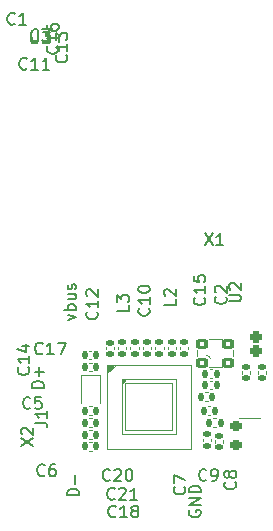
<source format=gto>
G04 #@! TF.GenerationSoftware,KiCad,Pcbnew,(6.0.2-0)*
G04 #@! TF.CreationDate,2022-10-10T18:33:33+08:00*
G04 #@! TF.ProjectId,Revolute,5265766f-6c75-4746-952e-6b696361645f,rev?*
G04 #@! TF.SameCoordinates,Original*
G04 #@! TF.FileFunction,Legend,Top*
G04 #@! TF.FilePolarity,Positive*
%FSLAX46Y46*%
G04 Gerber Fmt 4.6, Leading zero omitted, Abs format (unit mm)*
G04 Created by KiCad (PCBNEW (6.0.2-0)) date 2022-10-10 18:33:33*
%MOMM*%
%LPD*%
G01*
G04 APERTURE LIST*
G04 Aperture macros list*
%AMRoundRect*
0 Rectangle with rounded corners*
0 $1 Rounding radius*
0 $2 $3 $4 $5 $6 $7 $8 $9 X,Y pos of 4 corners*
0 Add a 4 corners polygon primitive as box body*
4,1,4,$2,$3,$4,$5,$6,$7,$8,$9,$2,$3,0*
0 Add four circle primitives for the rounded corners*
1,1,$1+$1,$2,$3*
1,1,$1+$1,$4,$5*
1,1,$1+$1,$6,$7*
1,1,$1+$1,$8,$9*
0 Add four rect primitives between the rounded corners*
20,1,$1+$1,$2,$3,$4,$5,0*
20,1,$1+$1,$4,$5,$6,$7,0*
20,1,$1+$1,$6,$7,$8,$9,0*
20,1,$1+$1,$8,$9,$2,$3,0*%
G04 Aperture macros list end*
%ADD10C,0.120000*%
%ADD11C,0.150000*%
%ADD12C,0.100000*%
%ADD13C,0.080000*%
%ADD14RoundRect,0.135000X-0.135000X-0.185000X0.135000X-0.185000X0.135000X0.185000X-0.135000X0.185000X0*%
%ADD15RoundRect,0.140000X-0.170000X0.140000X-0.170000X-0.140000X0.170000X-0.140000X0.170000X0.140000X0*%
%ADD16RoundRect,0.140000X0.170000X-0.140000X0.170000X0.140000X-0.170000X0.140000X-0.170000X-0.140000X0*%
%ADD17RoundRect,0.140000X0.140000X0.170000X-0.140000X0.170000X-0.140000X-0.170000X0.140000X-0.170000X0*%
%ADD18RoundRect,0.147500X-0.172500X0.147500X-0.172500X-0.147500X0.172500X-0.147500X0.172500X0.147500X0*%
%ADD19RoundRect,0.147500X0.172500X-0.147500X0.172500X0.147500X-0.172500X0.147500X-0.172500X-0.147500X0*%
%ADD20RoundRect,0.150000X-0.350000X-0.300000X0.350000X-0.300000X0.350000X0.300000X-0.350000X0.300000X0*%
%ADD21RoundRect,0.140000X-0.140000X-0.170000X0.140000X-0.170000X0.140000X0.170000X-0.140000X0.170000X0*%
%ADD22C,0.290000*%
%ADD23RoundRect,0.020000X2.000000X2.000000X-2.000000X2.000000X-2.000000X-2.000000X2.000000X-2.000000X0*%
%ADD24RoundRect,0.218750X-0.256250X0.218750X-0.256250X-0.218750X0.256250X-0.218750X0.256250X0.218750X0*%
%ADD25RoundRect,0.250000X-0.250000X-0.250000X0.250000X-0.250000X0.250000X0.250000X-0.250000X0.250000X0*%
%ADD26R,1.100000X0.600000*%
%ADD27R,1.060000X0.650000*%
G04 APERTURE END LIST*
D10*
X170030000Y-83584296D02*
X170030000Y-83799968D01*
X178132164Y-89670000D02*
X178347836Y-89670000D01*
X178132164Y-90390000D02*
X178347836Y-90390000D01*
X171820000Y-83584296D02*
X171820000Y-83799968D01*
X171100000Y-83584296D02*
X171100000Y-83799968D01*
X170750000Y-83584296D02*
X170750000Y-83799968D01*
D11*
X179957142Y-95066666D02*
X180004761Y-95114285D01*
X180052380Y-95257142D01*
X180052380Y-95352380D01*
X180004761Y-95495238D01*
X179909523Y-95590476D01*
X179814285Y-95638095D01*
X179623809Y-95685714D01*
X179480952Y-95685714D01*
X179290476Y-95638095D01*
X179195238Y-95590476D01*
X179100000Y-95495238D01*
X179052380Y-95352380D01*
X179052380Y-95257142D01*
X179100000Y-95114285D01*
X179147619Y-95066666D01*
X179480952Y-94495238D02*
X179433333Y-94590476D01*
X179385714Y-94638095D01*
X179290476Y-94685714D01*
X179242857Y-94685714D01*
X179147619Y-94638095D01*
X179100000Y-94590476D01*
X179052380Y-94495238D01*
X179052380Y-94304761D01*
X179100000Y-94209523D01*
X179147619Y-94161904D01*
X179242857Y-94114285D01*
X179290476Y-94114285D01*
X179385714Y-94161904D01*
X179433333Y-94209523D01*
X179480952Y-94304761D01*
X179480952Y-94495238D01*
X179528571Y-94590476D01*
X179576190Y-94638095D01*
X179671428Y-94685714D01*
X179861904Y-94685714D01*
X179957142Y-94638095D01*
X180004761Y-94590476D01*
X180052380Y-94495238D01*
X180052380Y-94304761D01*
X180004761Y-94209523D01*
X179957142Y-94161904D01*
X179861904Y-94114285D01*
X179671428Y-94114285D01*
X179576190Y-94161904D01*
X179528571Y-94209523D01*
X179480952Y-94304761D01*
X162457142Y-85342857D02*
X162504761Y-85390476D01*
X162552380Y-85533333D01*
X162552380Y-85628571D01*
X162504761Y-85771428D01*
X162409523Y-85866666D01*
X162314285Y-85914285D01*
X162123809Y-85961904D01*
X161980952Y-85961904D01*
X161790476Y-85914285D01*
X161695238Y-85866666D01*
X161600000Y-85771428D01*
X161552380Y-85628571D01*
X161552380Y-85533333D01*
X161600000Y-85390476D01*
X161647619Y-85342857D01*
X162552380Y-84390476D02*
X162552380Y-84961904D01*
X162552380Y-84676190D02*
X161552380Y-84676190D01*
X161695238Y-84771428D01*
X161790476Y-84866666D01*
X161838095Y-84961904D01*
X161885714Y-83533333D02*
X162552380Y-83533333D01*
X161504761Y-83771428D02*
X162219047Y-84009523D01*
X162219047Y-83390476D01*
X169757142Y-96457142D02*
X169709523Y-96504761D01*
X169566666Y-96552380D01*
X169471428Y-96552380D01*
X169328571Y-96504761D01*
X169233333Y-96409523D01*
X169185714Y-96314285D01*
X169138095Y-96123809D01*
X169138095Y-95980952D01*
X169185714Y-95790476D01*
X169233333Y-95695238D01*
X169328571Y-95600000D01*
X169471428Y-95552380D01*
X169566666Y-95552380D01*
X169709523Y-95600000D01*
X169757142Y-95647619D01*
X170138095Y-95647619D02*
X170185714Y-95600000D01*
X170280952Y-95552380D01*
X170519047Y-95552380D01*
X170614285Y-95600000D01*
X170661904Y-95647619D01*
X170709523Y-95742857D01*
X170709523Y-95838095D01*
X170661904Y-95980952D01*
X170090476Y-96552380D01*
X170709523Y-96552380D01*
X171661904Y-96552380D02*
X171090476Y-96552380D01*
X171376190Y-96552380D02*
X171376190Y-95552380D01*
X171280952Y-95695238D01*
X171185714Y-95790476D01*
X171090476Y-95838095D01*
X169857142Y-97957142D02*
X169809523Y-98004761D01*
X169666666Y-98052380D01*
X169571428Y-98052380D01*
X169428571Y-98004761D01*
X169333333Y-97909523D01*
X169285714Y-97814285D01*
X169238095Y-97623809D01*
X169238095Y-97480952D01*
X169285714Y-97290476D01*
X169333333Y-97195238D01*
X169428571Y-97100000D01*
X169571428Y-97052380D01*
X169666666Y-97052380D01*
X169809523Y-97100000D01*
X169857142Y-97147619D01*
X170809523Y-98052380D02*
X170238095Y-98052380D01*
X170523809Y-98052380D02*
X170523809Y-97052380D01*
X170428571Y-97195238D01*
X170333333Y-97290476D01*
X170238095Y-97338095D01*
X171380952Y-97480952D02*
X171285714Y-97433333D01*
X171238095Y-97385714D01*
X171190476Y-97290476D01*
X171190476Y-97242857D01*
X171238095Y-97147619D01*
X171285714Y-97100000D01*
X171380952Y-97052380D01*
X171571428Y-97052380D01*
X171666666Y-97100000D01*
X171714285Y-97147619D01*
X171761904Y-97242857D01*
X171761904Y-97290476D01*
X171714285Y-97385714D01*
X171666666Y-97433333D01*
X171571428Y-97480952D01*
X171380952Y-97480952D01*
X171285714Y-97528571D01*
X171238095Y-97576190D01*
X171190476Y-97671428D01*
X171190476Y-97861904D01*
X171238095Y-97957142D01*
X171285714Y-98004761D01*
X171380952Y-98052380D01*
X171571428Y-98052380D01*
X171666666Y-98004761D01*
X171714285Y-97957142D01*
X171761904Y-97861904D01*
X171761904Y-97671428D01*
X171714285Y-97576190D01*
X171666666Y-97528571D01*
X171571428Y-97480952D01*
X163657142Y-84157142D02*
X163609523Y-84204761D01*
X163466666Y-84252380D01*
X163371428Y-84252380D01*
X163228571Y-84204761D01*
X163133333Y-84109523D01*
X163085714Y-84014285D01*
X163038095Y-83823809D01*
X163038095Y-83680952D01*
X163085714Y-83490476D01*
X163133333Y-83395238D01*
X163228571Y-83300000D01*
X163371428Y-83252380D01*
X163466666Y-83252380D01*
X163609523Y-83300000D01*
X163657142Y-83347619D01*
X164609523Y-84252380D02*
X164038095Y-84252380D01*
X164323809Y-84252380D02*
X164323809Y-83252380D01*
X164228571Y-83395238D01*
X164133333Y-83490476D01*
X164038095Y-83538095D01*
X164942857Y-83252380D02*
X165609523Y-83252380D01*
X165180952Y-84252380D01*
X174952380Y-79566666D02*
X174952380Y-80042857D01*
X173952380Y-80042857D01*
X174047619Y-79280952D02*
X174000000Y-79233333D01*
X173952380Y-79138095D01*
X173952380Y-78900000D01*
X174000000Y-78804761D01*
X174047619Y-78757142D01*
X174142857Y-78709523D01*
X174238095Y-78709523D01*
X174380952Y-78757142D01*
X174952380Y-79328571D01*
X174952380Y-78709523D01*
X177357142Y-79442857D02*
X177404761Y-79490476D01*
X177452380Y-79633333D01*
X177452380Y-79728571D01*
X177404761Y-79871428D01*
X177309523Y-79966666D01*
X177214285Y-80014285D01*
X177023809Y-80061904D01*
X176880952Y-80061904D01*
X176690476Y-80014285D01*
X176595238Y-79966666D01*
X176500000Y-79871428D01*
X176452380Y-79728571D01*
X176452380Y-79633333D01*
X176500000Y-79490476D01*
X176547619Y-79442857D01*
X177452380Y-78490476D02*
X177452380Y-79061904D01*
X177452380Y-78776190D02*
X176452380Y-78776190D01*
X176595238Y-78871428D01*
X176690476Y-78966666D01*
X176738095Y-79061904D01*
X176452380Y-77585714D02*
X176452380Y-78061904D01*
X176928571Y-78109523D01*
X176880952Y-78061904D01*
X176833333Y-77966666D01*
X176833333Y-77728571D01*
X176880952Y-77633333D01*
X176928571Y-77585714D01*
X177023809Y-77538095D01*
X177261904Y-77538095D01*
X177357142Y-77585714D01*
X177404761Y-77633333D01*
X177452380Y-77728571D01*
X177452380Y-77966666D01*
X177404761Y-78061904D01*
X177357142Y-78109523D01*
X170952380Y-80066666D02*
X170952380Y-80542857D01*
X169952380Y-80542857D01*
X169952380Y-79828571D02*
X169952380Y-79209523D01*
X170333333Y-79542857D01*
X170333333Y-79400000D01*
X170380952Y-79304761D01*
X170428571Y-79257142D01*
X170523809Y-79209523D01*
X170761904Y-79209523D01*
X170857142Y-79257142D01*
X170904761Y-79304761D01*
X170952380Y-79400000D01*
X170952380Y-79685714D01*
X170904761Y-79780952D01*
X170857142Y-79828571D01*
X177533333Y-94857142D02*
X177485714Y-94904761D01*
X177342857Y-94952380D01*
X177247619Y-94952380D01*
X177104761Y-94904761D01*
X177009523Y-94809523D01*
X176961904Y-94714285D01*
X176914285Y-94523809D01*
X176914285Y-94380952D01*
X176961904Y-94190476D01*
X177009523Y-94095238D01*
X177104761Y-94000000D01*
X177247619Y-93952380D01*
X177342857Y-93952380D01*
X177485714Y-94000000D01*
X177533333Y-94047619D01*
X178009523Y-94952380D02*
X178200000Y-94952380D01*
X178295238Y-94904761D01*
X178342857Y-94857142D01*
X178438095Y-94714285D01*
X178485714Y-94523809D01*
X178485714Y-94142857D01*
X178438095Y-94047619D01*
X178390476Y-94000000D01*
X178295238Y-93952380D01*
X178104761Y-93952380D01*
X178009523Y-94000000D01*
X177961904Y-94047619D01*
X177914285Y-94142857D01*
X177914285Y-94380952D01*
X177961904Y-94476190D01*
X178009523Y-94523809D01*
X178104761Y-94571428D01*
X178295238Y-94571428D01*
X178390476Y-94523809D01*
X178438095Y-94476190D01*
X178485714Y-94380952D01*
X177383256Y-74004512D02*
X178049922Y-75004512D01*
X178049922Y-74004512D02*
X177383256Y-75004512D01*
X178954684Y-75004512D02*
X178383256Y-75004512D01*
X178668970Y-75004512D02*
X178668970Y-74004512D01*
X178573732Y-74147370D01*
X178478494Y-74242608D01*
X178383256Y-74290227D01*
X163052380Y-90033333D02*
X163766666Y-90033333D01*
X163909523Y-90080952D01*
X164004761Y-90176190D01*
X164052380Y-90319047D01*
X164052380Y-90414285D01*
X164052380Y-89033333D02*
X164052380Y-89604761D01*
X164052380Y-89319047D02*
X163052380Y-89319047D01*
X163195238Y-89414285D01*
X163290476Y-89509523D01*
X163338095Y-89604761D01*
X165785714Y-81347619D02*
X166452380Y-81109523D01*
X165785714Y-80871428D01*
X166452380Y-80490476D02*
X165452380Y-80490476D01*
X165833333Y-80490476D02*
X165785714Y-80395238D01*
X165785714Y-80204761D01*
X165833333Y-80109523D01*
X165880952Y-80061904D01*
X165976190Y-80014285D01*
X166261904Y-80014285D01*
X166357142Y-80061904D01*
X166404761Y-80109523D01*
X166452380Y-80204761D01*
X166452380Y-80395238D01*
X166404761Y-80490476D01*
X165785714Y-79157142D02*
X166452380Y-79157142D01*
X165785714Y-79585714D02*
X166309523Y-79585714D01*
X166404761Y-79538095D01*
X166452380Y-79442857D01*
X166452380Y-79300000D01*
X166404761Y-79204761D01*
X166357142Y-79157142D01*
X166404761Y-78728571D02*
X166452380Y-78633333D01*
X166452380Y-78442857D01*
X166404761Y-78347619D01*
X166309523Y-78300000D01*
X166261904Y-78300000D01*
X166166666Y-78347619D01*
X166119047Y-78442857D01*
X166119047Y-78585714D01*
X166071428Y-78680952D01*
X165976190Y-78728571D01*
X165928571Y-78728571D01*
X165833333Y-78680952D01*
X165785714Y-78585714D01*
X165785714Y-78442857D01*
X165833333Y-78347619D01*
X163752380Y-87080952D02*
X162752380Y-87080952D01*
X162752380Y-86842857D01*
X162800000Y-86700000D01*
X162895238Y-86604761D01*
X162990476Y-86557142D01*
X163180952Y-86509523D01*
X163323809Y-86509523D01*
X163514285Y-86557142D01*
X163609523Y-86604761D01*
X163704761Y-86700000D01*
X163752380Y-86842857D01*
X163752380Y-87080952D01*
X163371428Y-86080952D02*
X163371428Y-85319047D01*
X163752380Y-85700000D02*
X162990476Y-85700000D01*
X166752380Y-96180952D02*
X165752380Y-96180952D01*
X165752380Y-95942857D01*
X165800000Y-95800000D01*
X165895238Y-95704761D01*
X165990476Y-95657142D01*
X166180952Y-95609523D01*
X166323809Y-95609523D01*
X166514285Y-95657142D01*
X166609523Y-95704761D01*
X166704761Y-95800000D01*
X166752380Y-95942857D01*
X166752380Y-96180952D01*
X166371428Y-95180952D02*
X166371428Y-94419047D01*
X176100000Y-97461904D02*
X176052380Y-97557142D01*
X176052380Y-97700000D01*
X176100000Y-97842857D01*
X176195238Y-97938095D01*
X176290476Y-97985714D01*
X176480952Y-98033333D01*
X176623809Y-98033333D01*
X176814285Y-97985714D01*
X176909523Y-97938095D01*
X177004761Y-97842857D01*
X177052380Y-97700000D01*
X177052380Y-97604761D01*
X177004761Y-97461904D01*
X176957142Y-97414285D01*
X176623809Y-97414285D01*
X176623809Y-97604761D01*
X177052380Y-96985714D02*
X176052380Y-96985714D01*
X177052380Y-96414285D01*
X176052380Y-96414285D01*
X177052380Y-95938095D02*
X176052380Y-95938095D01*
X176052380Y-95700000D01*
X176100000Y-95557142D01*
X176195238Y-95461904D01*
X176290476Y-95414285D01*
X176480952Y-95366666D01*
X176623809Y-95366666D01*
X176814285Y-95414285D01*
X176909523Y-95461904D01*
X177004761Y-95557142D01*
X177052380Y-95700000D01*
X177052380Y-95938095D01*
X179157142Y-79366666D02*
X179204761Y-79414285D01*
X179252380Y-79557142D01*
X179252380Y-79652380D01*
X179204761Y-79795238D01*
X179109523Y-79890476D01*
X179014285Y-79938095D01*
X178823809Y-79985714D01*
X178680952Y-79985714D01*
X178490476Y-79938095D01*
X178395238Y-79890476D01*
X178300000Y-79795238D01*
X178252380Y-79652380D01*
X178252380Y-79557142D01*
X178300000Y-79414285D01*
X178347619Y-79366666D01*
X178347619Y-78985714D02*
X178300000Y-78938095D01*
X178252380Y-78842857D01*
X178252380Y-78604761D01*
X178300000Y-78509523D01*
X178347619Y-78461904D01*
X178442857Y-78414285D01*
X178538095Y-78414285D01*
X178680952Y-78461904D01*
X179252380Y-79033333D01*
X179252380Y-78414285D01*
X165667142Y-58902857D02*
X165714761Y-58950476D01*
X165762380Y-59093333D01*
X165762380Y-59188571D01*
X165714761Y-59331428D01*
X165619523Y-59426666D01*
X165524285Y-59474285D01*
X165333809Y-59521904D01*
X165190952Y-59521904D01*
X165000476Y-59474285D01*
X164905238Y-59426666D01*
X164810000Y-59331428D01*
X164762380Y-59188571D01*
X164762380Y-59093333D01*
X164810000Y-58950476D01*
X164857619Y-58902857D01*
X165762380Y-57950476D02*
X165762380Y-58521904D01*
X165762380Y-58236190D02*
X164762380Y-58236190D01*
X164905238Y-58331428D01*
X165000476Y-58426666D01*
X165048095Y-58521904D01*
X164762380Y-57617142D02*
X164762380Y-56998095D01*
X165143333Y-57331428D01*
X165143333Y-57188571D01*
X165190952Y-57093333D01*
X165238571Y-57045714D01*
X165333809Y-56998095D01*
X165571904Y-56998095D01*
X165667142Y-57045714D01*
X165714761Y-57093333D01*
X165762380Y-57188571D01*
X165762380Y-57474285D01*
X165714761Y-57569523D01*
X165667142Y-57617142D01*
X162633333Y-88757142D02*
X162585714Y-88804761D01*
X162442857Y-88852380D01*
X162347619Y-88852380D01*
X162204761Y-88804761D01*
X162109523Y-88709523D01*
X162061904Y-88614285D01*
X162014285Y-88423809D01*
X162014285Y-88280952D01*
X162061904Y-88090476D01*
X162109523Y-87995238D01*
X162204761Y-87900000D01*
X162347619Y-87852380D01*
X162442857Y-87852380D01*
X162585714Y-87900000D01*
X162633333Y-87947619D01*
X163538095Y-87852380D02*
X163061904Y-87852380D01*
X163014285Y-88328571D01*
X163061904Y-88280952D01*
X163157142Y-88233333D01*
X163395238Y-88233333D01*
X163490476Y-88280952D01*
X163538095Y-88328571D01*
X163585714Y-88423809D01*
X163585714Y-88661904D01*
X163538095Y-88757142D01*
X163490476Y-88804761D01*
X163395238Y-88852380D01*
X163157142Y-88852380D01*
X163061904Y-88804761D01*
X163014285Y-88757142D01*
X163833333Y-94457142D02*
X163785714Y-94504761D01*
X163642857Y-94552380D01*
X163547619Y-94552380D01*
X163404761Y-94504761D01*
X163309523Y-94409523D01*
X163261904Y-94314285D01*
X163214285Y-94123809D01*
X163214285Y-93980952D01*
X163261904Y-93790476D01*
X163309523Y-93695238D01*
X163404761Y-93600000D01*
X163547619Y-93552380D01*
X163642857Y-93552380D01*
X163785714Y-93600000D01*
X163833333Y-93647619D01*
X164690476Y-93552380D02*
X164500000Y-93552380D01*
X164404761Y-93600000D01*
X164357142Y-93647619D01*
X164261904Y-93790476D01*
X164214285Y-93980952D01*
X164214285Y-94361904D01*
X164261904Y-94457142D01*
X164309523Y-94504761D01*
X164404761Y-94552380D01*
X164595238Y-94552380D01*
X164690476Y-94504761D01*
X164738095Y-94457142D01*
X164785714Y-94361904D01*
X164785714Y-94123809D01*
X164738095Y-94028571D01*
X164690476Y-93980952D01*
X164595238Y-93933333D01*
X164404761Y-93933333D01*
X164309523Y-93980952D01*
X164261904Y-94028571D01*
X164214285Y-94123809D01*
X163303333Y-57637142D02*
X163255714Y-57684761D01*
X163112857Y-57732380D01*
X163017619Y-57732380D01*
X162874761Y-57684761D01*
X162779523Y-57589523D01*
X162731904Y-57494285D01*
X162684285Y-57303809D01*
X162684285Y-57160952D01*
X162731904Y-56970476D01*
X162779523Y-56875238D01*
X162874761Y-56780000D01*
X163017619Y-56732380D01*
X163112857Y-56732380D01*
X163255714Y-56780000D01*
X163303333Y-56827619D01*
X163636666Y-56732380D02*
X164255714Y-56732380D01*
X163922380Y-57113333D01*
X164065238Y-57113333D01*
X164160476Y-57160952D01*
X164208095Y-57208571D01*
X164255714Y-57303809D01*
X164255714Y-57541904D01*
X164208095Y-57637142D01*
X164160476Y-57684761D01*
X164065238Y-57732380D01*
X163779523Y-57732380D01*
X163684285Y-57684761D01*
X163636666Y-57637142D01*
X162327142Y-60037142D02*
X162279523Y-60084761D01*
X162136666Y-60132380D01*
X162041428Y-60132380D01*
X161898571Y-60084761D01*
X161803333Y-59989523D01*
X161755714Y-59894285D01*
X161708095Y-59703809D01*
X161708095Y-59560952D01*
X161755714Y-59370476D01*
X161803333Y-59275238D01*
X161898571Y-59180000D01*
X162041428Y-59132380D01*
X162136666Y-59132380D01*
X162279523Y-59180000D01*
X162327142Y-59227619D01*
X163279523Y-60132380D02*
X162708095Y-60132380D01*
X162993809Y-60132380D02*
X162993809Y-59132380D01*
X162898571Y-59275238D01*
X162803333Y-59370476D01*
X162708095Y-59418095D01*
X164231904Y-60132380D02*
X163660476Y-60132380D01*
X163946190Y-60132380D02*
X163946190Y-59132380D01*
X163850952Y-59275238D01*
X163755714Y-59370476D01*
X163660476Y-59418095D01*
X175657142Y-95466666D02*
X175704761Y-95514285D01*
X175752380Y-95657142D01*
X175752380Y-95752380D01*
X175704761Y-95895238D01*
X175609523Y-95990476D01*
X175514285Y-96038095D01*
X175323809Y-96085714D01*
X175180952Y-96085714D01*
X174990476Y-96038095D01*
X174895238Y-95990476D01*
X174800000Y-95895238D01*
X174752380Y-95752380D01*
X174752380Y-95657142D01*
X174800000Y-95514285D01*
X174847619Y-95466666D01*
X174752380Y-95133333D02*
X174752380Y-94466666D01*
X175752380Y-94895238D01*
X161852380Y-92009523D02*
X162852380Y-91342857D01*
X161852380Y-91342857D02*
X162852380Y-92009523D01*
X161947619Y-91009523D02*
X161900000Y-90961904D01*
X161852380Y-90866666D01*
X161852380Y-90628571D01*
X161900000Y-90533333D01*
X161947619Y-90485714D01*
X162042857Y-90438095D01*
X162138095Y-90438095D01*
X162280952Y-90485714D01*
X162852380Y-91057142D01*
X162852380Y-90438095D01*
X168257142Y-80642857D02*
X168304761Y-80690476D01*
X168352380Y-80833333D01*
X168352380Y-80928571D01*
X168304761Y-81071428D01*
X168209523Y-81166666D01*
X168114285Y-81214285D01*
X167923809Y-81261904D01*
X167780952Y-81261904D01*
X167590476Y-81214285D01*
X167495238Y-81166666D01*
X167400000Y-81071428D01*
X167352380Y-80928571D01*
X167352380Y-80833333D01*
X167400000Y-80690476D01*
X167447619Y-80642857D01*
X168352380Y-79690476D02*
X168352380Y-80261904D01*
X168352380Y-79976190D02*
X167352380Y-79976190D01*
X167495238Y-80071428D01*
X167590476Y-80166666D01*
X167638095Y-80261904D01*
X167447619Y-79309523D02*
X167400000Y-79261904D01*
X167352380Y-79166666D01*
X167352380Y-78928571D01*
X167400000Y-78833333D01*
X167447619Y-78785714D01*
X167542857Y-78738095D01*
X167638095Y-78738095D01*
X167780952Y-78785714D01*
X168352380Y-79357142D01*
X168352380Y-78738095D01*
X169357142Y-94857142D02*
X169309523Y-94904761D01*
X169166666Y-94952380D01*
X169071428Y-94952380D01*
X168928571Y-94904761D01*
X168833333Y-94809523D01*
X168785714Y-94714285D01*
X168738095Y-94523809D01*
X168738095Y-94380952D01*
X168785714Y-94190476D01*
X168833333Y-94095238D01*
X168928571Y-94000000D01*
X169071428Y-93952380D01*
X169166666Y-93952380D01*
X169309523Y-94000000D01*
X169357142Y-94047619D01*
X169738095Y-94047619D02*
X169785714Y-94000000D01*
X169880952Y-93952380D01*
X170119047Y-93952380D01*
X170214285Y-94000000D01*
X170261904Y-94047619D01*
X170309523Y-94142857D01*
X170309523Y-94238095D01*
X170261904Y-94380952D01*
X169690476Y-94952380D01*
X170309523Y-94952380D01*
X170928571Y-93952380D02*
X171023809Y-93952380D01*
X171119047Y-94000000D01*
X171166666Y-94047619D01*
X171214285Y-94142857D01*
X171261904Y-94333333D01*
X171261904Y-94571428D01*
X171214285Y-94761904D01*
X171166666Y-94857142D01*
X171119047Y-94904761D01*
X171023809Y-94952380D01*
X170928571Y-94952380D01*
X170833333Y-94904761D01*
X170785714Y-94857142D01*
X170738095Y-94761904D01*
X170690476Y-94571428D01*
X170690476Y-94333333D01*
X170738095Y-94142857D01*
X170785714Y-94047619D01*
X170833333Y-94000000D01*
X170928571Y-93952380D01*
X179452380Y-79761904D02*
X180261904Y-79761904D01*
X180357142Y-79714285D01*
X180404761Y-79666666D01*
X180452380Y-79571428D01*
X180452380Y-79380952D01*
X180404761Y-79285714D01*
X180357142Y-79238095D01*
X180261904Y-79190476D01*
X179452380Y-79190476D01*
X179547619Y-78761904D02*
X179500000Y-78714285D01*
X179452380Y-78619047D01*
X179452380Y-78380952D01*
X179500000Y-78285714D01*
X179547619Y-78238095D01*
X179642857Y-78190476D01*
X179738095Y-78190476D01*
X179880952Y-78238095D01*
X180452380Y-78809523D01*
X180452380Y-78190476D01*
X161303333Y-56237142D02*
X161255714Y-56284761D01*
X161112857Y-56332380D01*
X161017619Y-56332380D01*
X160874761Y-56284761D01*
X160779523Y-56189523D01*
X160731904Y-56094285D01*
X160684285Y-55903809D01*
X160684285Y-55760952D01*
X160731904Y-55570476D01*
X160779523Y-55475238D01*
X160874761Y-55380000D01*
X161017619Y-55332380D01*
X161112857Y-55332380D01*
X161255714Y-55380000D01*
X161303333Y-55427619D01*
X162255714Y-56332380D02*
X161684285Y-56332380D01*
X161970000Y-56332380D02*
X161970000Y-55332380D01*
X161874761Y-55475238D01*
X161779523Y-55570476D01*
X161684285Y-55618095D01*
X172657142Y-80342857D02*
X172704761Y-80390476D01*
X172752380Y-80533333D01*
X172752380Y-80628571D01*
X172704761Y-80771428D01*
X172609523Y-80866666D01*
X172514285Y-80914285D01*
X172323809Y-80961904D01*
X172180952Y-80961904D01*
X171990476Y-80914285D01*
X171895238Y-80866666D01*
X171800000Y-80771428D01*
X171752380Y-80628571D01*
X171752380Y-80533333D01*
X171800000Y-80390476D01*
X171847619Y-80342857D01*
X172752380Y-79390476D02*
X172752380Y-79961904D01*
X172752380Y-79676190D02*
X171752380Y-79676190D01*
X171895238Y-79771428D01*
X171990476Y-79866666D01*
X172038095Y-79961904D01*
X171752380Y-78771428D02*
X171752380Y-78676190D01*
X171800000Y-78580952D01*
X171847619Y-78533333D01*
X171942857Y-78485714D01*
X172133333Y-78438095D01*
X172371428Y-78438095D01*
X172561904Y-78485714D01*
X172657142Y-78533333D01*
X172704761Y-78580952D01*
X172752380Y-78676190D01*
X172752380Y-78771428D01*
X172704761Y-78866666D01*
X172657142Y-78914285D01*
X172561904Y-78961904D01*
X172371428Y-79009523D01*
X172133333Y-79009523D01*
X171942857Y-78961904D01*
X171847619Y-78914285D01*
X171800000Y-78866666D01*
X171752380Y-78771428D01*
X162708095Y-56912380D02*
X162708095Y-57721904D01*
X162755714Y-57817142D01*
X162803333Y-57864761D01*
X162898571Y-57912380D01*
X163089047Y-57912380D01*
X163184285Y-57864761D01*
X163231904Y-57817142D01*
X163279523Y-57721904D01*
X163279523Y-56912380D01*
X163660476Y-56912380D02*
X164279523Y-56912380D01*
X163946190Y-57293333D01*
X164089047Y-57293333D01*
X164184285Y-57340952D01*
X164231904Y-57388571D01*
X164279523Y-57483809D01*
X164279523Y-57721904D01*
X164231904Y-57817142D01*
X164184285Y-57864761D01*
X164089047Y-57912380D01*
X163803333Y-57912380D01*
X163708095Y-57864761D01*
X163660476Y-57817142D01*
X164917142Y-58162857D02*
X164964761Y-58210476D01*
X165012380Y-58353333D01*
X165012380Y-58448571D01*
X164964761Y-58591428D01*
X164869523Y-58686666D01*
X164774285Y-58734285D01*
X164583809Y-58781904D01*
X164440952Y-58781904D01*
X164250476Y-58734285D01*
X164155238Y-58686666D01*
X164060000Y-58591428D01*
X164012380Y-58448571D01*
X164012380Y-58353333D01*
X164060000Y-58210476D01*
X164107619Y-58162857D01*
X165012380Y-57210476D02*
X165012380Y-57781904D01*
X165012380Y-57496190D02*
X164012380Y-57496190D01*
X164155238Y-57591428D01*
X164250476Y-57686666D01*
X164298095Y-57781904D01*
X164012380Y-56353333D02*
X164012380Y-56543809D01*
X164060000Y-56639047D01*
X164107619Y-56686666D01*
X164250476Y-56781904D01*
X164440952Y-56829523D01*
X164821904Y-56829523D01*
X164917142Y-56781904D01*
X164964761Y-56734285D01*
X165012380Y-56639047D01*
X165012380Y-56448571D01*
X164964761Y-56353333D01*
X164917142Y-56305714D01*
X164821904Y-56258095D01*
X164583809Y-56258095D01*
X164488571Y-56305714D01*
X164440952Y-56353333D01*
X164393333Y-56448571D01*
X164393333Y-56639047D01*
X164440952Y-56734285D01*
X164488571Y-56781904D01*
X164583809Y-56829523D01*
D10*
X177960000Y-91384296D02*
X177960000Y-91599968D01*
X177240000Y-91384296D02*
X177240000Y-91599968D01*
X169722780Y-83829968D02*
X169722780Y-83614296D01*
X169002780Y-83829968D02*
X169002780Y-83614296D01*
X167810616Y-92402132D02*
X167594944Y-92402132D01*
X167810616Y-91682132D02*
X167594944Y-91682132D01*
X167810616Y-88652132D02*
X167594944Y-88652132D01*
X167810616Y-89372132D02*
X167594944Y-89372132D01*
X167810616Y-84962132D02*
X167594944Y-84962132D01*
X167810616Y-85682132D02*
X167594944Y-85682132D01*
X173192780Y-83809968D02*
X173192780Y-83594296D01*
X173912780Y-83809968D02*
X173912780Y-83594296D01*
X177877836Y-89360000D02*
X177662164Y-89360000D01*
X177877836Y-88640000D02*
X177662164Y-88640000D01*
D12*
X178822780Y-82972132D02*
X177762780Y-82972132D01*
X176762780Y-84422132D02*
X176762780Y-83882132D01*
X179822780Y-84422132D02*
X179822780Y-83882132D01*
X178822780Y-85322132D02*
X177762780Y-85322132D01*
D10*
X177862780Y-84642132D02*
G75*
G03*
X177542780Y-84322132I-320001J-1D01*
G01*
X176002780Y-83594296D02*
X176002780Y-83809968D01*
X175282780Y-83594296D02*
X175282780Y-83809968D01*
X181260000Y-85877836D02*
X181260000Y-85662164D01*
X180540000Y-85877836D02*
X180540000Y-85662164D01*
X167800616Y-84662132D02*
X167584944Y-84662132D01*
X167800616Y-83942132D02*
X167584944Y-83942132D01*
X167594944Y-89662132D02*
X167810616Y-89662132D01*
X167594944Y-90382132D02*
X167810616Y-90382132D01*
D12*
X169137780Y-92217132D02*
X169137780Y-85117132D01*
X176237780Y-92217132D02*
X169137780Y-92217132D01*
X169137780Y-85117132D02*
X176237780Y-85117132D01*
D10*
X170380280Y-90974632D02*
X174995280Y-90974632D01*
D12*
X176237780Y-85117132D02*
X176237780Y-92217132D01*
D10*
X174995280Y-86359632D02*
X170380280Y-86359632D01*
X174995280Y-90974632D02*
X174995280Y-86359632D01*
D12*
X169137780Y-85827132D02*
X169847780Y-85117132D01*
D10*
X170380280Y-86359632D02*
X170380280Y-90974632D01*
X170380280Y-86714632D02*
X170380280Y-86359632D01*
X170380280Y-86359632D02*
X170735280Y-86359632D01*
X170735280Y-86359632D02*
X170380280Y-86714632D01*
G36*
X170380280Y-86714632D02*
G01*
X170380280Y-86359632D01*
X170735280Y-86359632D01*
X170380280Y-86714632D01*
G37*
X170380280Y-86714632D02*
X170380280Y-86359632D01*
X170735280Y-86359632D01*
X170380280Y-86714632D01*
G36*
X169137780Y-85827132D02*
G01*
X169137780Y-85117132D01*
X169847780Y-85117132D01*
X169137780Y-85827132D01*
G37*
X177630616Y-87452132D02*
X177414944Y-87452132D01*
X177630616Y-88172132D02*
X177414944Y-88172132D01*
X178030616Y-87192132D02*
X177814944Y-87192132D01*
X178030616Y-86472132D02*
X177814944Y-86472132D01*
X178240000Y-91492164D02*
X178240000Y-91707836D01*
X178960000Y-91492164D02*
X178960000Y-91707836D01*
X168502780Y-85962132D02*
X166902780Y-85962132D01*
X168502780Y-88362132D02*
X168502780Y-85962132D01*
X166902780Y-85962132D02*
X166902780Y-88362132D01*
X174962780Y-83809968D02*
X174962780Y-83594296D01*
X174242780Y-83809968D02*
X174242780Y-83594296D01*
X167594944Y-91392132D02*
X167810616Y-91392132D01*
X167594944Y-90672132D02*
X167810616Y-90672132D01*
X178040616Y-85522132D02*
X177824944Y-85522132D01*
X178040616Y-86242132D02*
X177824944Y-86242132D01*
X172862780Y-83799968D02*
X172862780Y-83584296D01*
X172142780Y-83799968D02*
X172142780Y-83584296D01*
D13*
X180300000Y-89610000D02*
X182100000Y-89610000D01*
D10*
X181880000Y-85877836D02*
X181880000Y-85662164D01*
X182600000Y-85877836D02*
X182600000Y-85662164D01*
%LPC*%
D14*
X177750000Y-90022132D03*
X178770000Y-90022132D03*
D15*
X177600000Y-91012132D03*
X177600000Y-91972132D03*
D16*
X169362780Y-84202132D03*
X169362780Y-83242132D03*
D17*
X168182780Y-92042132D03*
X167222780Y-92042132D03*
X168182780Y-89012132D03*
X167222780Y-89012132D03*
X168182780Y-85322132D03*
X167222780Y-85322132D03*
D18*
X170402780Y-83217132D03*
X170402780Y-84187132D03*
D16*
X173552780Y-84182132D03*
X173552780Y-83222132D03*
D19*
X171462780Y-84197132D03*
X171462780Y-83227132D03*
D17*
X178250000Y-89000000D03*
X177290000Y-89000000D03*
D20*
X177192780Y-84952132D03*
X179392780Y-84952132D03*
X179392780Y-83352132D03*
X177192780Y-83352132D03*
D15*
X175642780Y-83222132D03*
X175642780Y-84182132D03*
D16*
X180900000Y-86250000D03*
X180900000Y-85290000D03*
D17*
X168172780Y-84302132D03*
X167212780Y-84302132D03*
D21*
X167222780Y-90022132D03*
X168182780Y-90022132D03*
D22*
X171437780Y-85417132D03*
X171937780Y-85417132D03*
X172437780Y-85417132D03*
X172937780Y-85417132D03*
X173437780Y-85417132D03*
X173937780Y-85417132D03*
X174437780Y-85417132D03*
X174937780Y-85417132D03*
X175437780Y-85417132D03*
X175937780Y-90917132D03*
X169937780Y-91167132D03*
X170687780Y-91417132D03*
X171687780Y-91417132D03*
X172187780Y-91417132D03*
X172687780Y-91417132D03*
X173187780Y-91417132D03*
X173687780Y-91417132D03*
X174187780Y-91417132D03*
X174687780Y-91417132D03*
X175937780Y-91417132D03*
X169937780Y-91917132D03*
X170437780Y-91917132D03*
X170937780Y-91917132D03*
X171437780Y-91917132D03*
X171937780Y-91917132D03*
X172437780Y-91917132D03*
X172937780Y-91917132D03*
X173437780Y-91917132D03*
X173937780Y-91917132D03*
X174437780Y-91917132D03*
X174937780Y-91917132D03*
X175437780Y-91917132D03*
X169437780Y-85917132D03*
X170187780Y-85917132D03*
X170687780Y-85917132D03*
X171187780Y-85917132D03*
X171687780Y-85917132D03*
X172187780Y-85917132D03*
X172687780Y-85917132D03*
X173187780Y-85917132D03*
X173687780Y-85917132D03*
X174187780Y-85917132D03*
X175937780Y-85917132D03*
X169437780Y-86417132D03*
X169937780Y-86667132D03*
X175437780Y-86667132D03*
X175937780Y-86917132D03*
D23*
X172687780Y-88667132D03*
D22*
X169937780Y-87167132D03*
X175437780Y-87167132D03*
X169437780Y-87417132D03*
X169937780Y-87667132D03*
X175437780Y-87667132D03*
X169437780Y-87917132D03*
X175937780Y-87917132D03*
X169937780Y-88167132D03*
X169437780Y-88417132D03*
X175937780Y-88417132D03*
X169937780Y-88667132D03*
X169437780Y-88917132D03*
X175937780Y-88917132D03*
X169937780Y-89167132D03*
X175437780Y-89167132D03*
X169437780Y-89417132D03*
X175937780Y-89417132D03*
X169937780Y-89667132D03*
X175437780Y-89667132D03*
X169437780Y-89917132D03*
X175937780Y-89917132D03*
X175437780Y-90167132D03*
X169437780Y-90417132D03*
X175937780Y-90417132D03*
X169937780Y-90667132D03*
X175437780Y-90667132D03*
D24*
X180000000Y-90304632D03*
X180000000Y-91879632D03*
D25*
X181700000Y-84000000D03*
D17*
X178002780Y-87812132D03*
X177042780Y-87812132D03*
X178402780Y-86832132D03*
X177442780Y-86832132D03*
D25*
X181700000Y-82800000D03*
D15*
X178600000Y-91120000D03*
X178600000Y-92080000D03*
D26*
X167702780Y-86462132D03*
X167702780Y-87862132D03*
D16*
X174602780Y-84182132D03*
X174602780Y-83222132D03*
D21*
X167222780Y-91032132D03*
X168182780Y-91032132D03*
D17*
X178412780Y-85882132D03*
X177452780Y-85882132D03*
D16*
X172502780Y-84172132D03*
X172502780Y-83212132D03*
D27*
X180100000Y-87050000D03*
X180100000Y-88000000D03*
X180100000Y-88950000D03*
X182300000Y-88950000D03*
X182300000Y-87050000D03*
D16*
X182240000Y-86250000D03*
X182240000Y-85290000D03*
M02*

</source>
